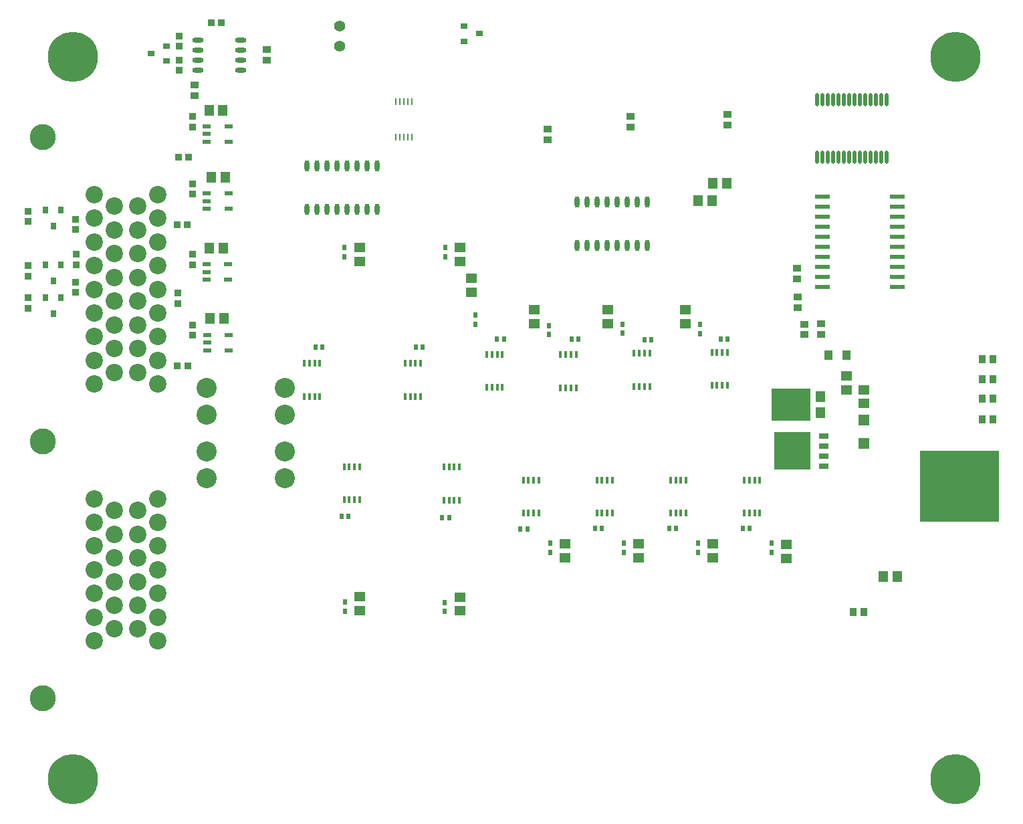
<source format=gbr>
%TF.GenerationSoftware,Altium Limited,Altium Designer,19.1.8 (144)*%
G04 Layer_Color=255*
%FSLAX26Y26*%
%MOIN*%
%TF.FileFunction,Pads,Bot*%
%TF.Part,Single*%
G01*
G75*
%TA.AperFunction,SMDPad,CuDef*%
%ADD10R,0.039370X0.035433*%
%ADD11R,0.037402X0.033465*%
%ADD15R,0.045276X0.053150*%
%ADD20R,0.043307X0.051181*%
%ADD21R,0.035433X0.039370*%
%ADD26R,0.033465X0.037402*%
%ADD28R,0.074803X0.023622*%
%ADD29R,0.053150X0.045276*%
%ADD30O,0.023622X0.057087*%
%ADD33O,0.057087X0.023622*%
%TA.AperFunction,ComponentPad*%
%ADD43C,0.086614*%
%ADD44C,0.129921*%
%ADD45C,0.100000*%
%TA.AperFunction,ViaPad*%
%ADD46C,0.250000*%
%TA.AperFunction,ComponentPad*%
%ADD47C,0.055118*%
%ADD48C,0.011811*%
%TA.AperFunction,SMDPad,CuDef*%
%ADD49R,0.393701X0.354331*%
%ADD53R,0.035433X0.031496*%
%ADD54O,0.019685X0.064961*%
%ADD55R,0.181102X0.185039*%
%ADD56R,0.045276X0.027559*%
%ADD57R,0.051181X0.057087*%
%ADD58R,0.192913X0.163386*%
%ADD59R,0.057087X0.053150*%
%ADD60R,0.031496X0.035433*%
%ADD61R,0.016535X0.035000*%
%ADD62R,0.023622X0.025197*%
%ADD63R,0.039370X0.023622*%
%ADD64O,0.009842X0.033465*%
%ADD65R,0.023622X0.029528*%
D10*
X3562400Y3560125D02*
D03*
Y3613275D02*
D03*
X3911000Y2703275D02*
D03*
Y2650125D02*
D03*
X4030600Y2516725D02*
D03*
Y2569875D02*
D03*
X3945000Y2515625D02*
D03*
Y2568775D02*
D03*
X3909700Y2845775D02*
D03*
Y2792625D02*
D03*
X3079400Y3602775D02*
D03*
Y3549625D02*
D03*
X905500Y3759242D02*
D03*
Y3706093D02*
D03*
X2664189Y3485825D02*
D03*
Y3538975D02*
D03*
X1264000Y3936575D02*
D03*
Y3883425D02*
D03*
D11*
X75832Y2648409D02*
D03*
Y2699590D02*
D03*
X314000Y2864409D02*
D03*
Y2915590D02*
D03*
X313000Y2726409D02*
D03*
Y2777590D02*
D03*
X830500Y3885091D02*
D03*
Y3833910D02*
D03*
X894951Y2915590D02*
D03*
Y2864409D02*
D03*
X822000Y2722590D02*
D03*
Y2671409D02*
D03*
X830000Y3952410D02*
D03*
Y4003591D02*
D03*
X312000Y3039410D02*
D03*
Y3090591D02*
D03*
X76000Y2808410D02*
D03*
Y2859591D02*
D03*
X77200Y3080910D02*
D03*
Y3132091D02*
D03*
X895683Y3268787D02*
D03*
Y3217606D02*
D03*
X896817Y2563787D02*
D03*
Y2512606D02*
D03*
Y3603189D02*
D03*
Y3552008D02*
D03*
D15*
X3485449Y3183000D02*
D03*
X3416551D02*
D03*
X3488551Y3271000D02*
D03*
X3557449D02*
D03*
X4339551Y1311000D02*
D03*
X4408449D02*
D03*
X980551Y2948648D02*
D03*
X1049449D02*
D03*
X982417Y2596845D02*
D03*
X1051315D02*
D03*
X989951Y3300200D02*
D03*
X1058849D02*
D03*
X978351Y3634400D02*
D03*
X1047249D02*
D03*
D20*
X4156460Y2414694D02*
D03*
X4065909D02*
D03*
D21*
X4886875Y2395200D02*
D03*
X4833725D02*
D03*
X4886875Y2294500D02*
D03*
X4833725D02*
D03*
X4886875Y2195800D02*
D03*
X4833725D02*
D03*
X4886875Y2094400D02*
D03*
X4833725D02*
D03*
X4242575Y1134356D02*
D03*
X4189425D02*
D03*
D26*
X988409Y4068829D02*
D03*
X1039591D02*
D03*
X819276Y3064000D02*
D03*
X870457D02*
D03*
X820409Y2359000D02*
D03*
X871591D02*
D03*
X824110Y3400100D02*
D03*
X875291D02*
D03*
D28*
X4034592Y2754300D02*
D03*
Y2804300D02*
D03*
Y2854300D02*
D03*
Y2904300D02*
D03*
Y2954300D02*
D03*
Y3004300D02*
D03*
Y3054300D02*
D03*
Y3104300D02*
D03*
Y3154300D02*
D03*
Y3204300D02*
D03*
X4408608Y2754300D02*
D03*
Y2804300D02*
D03*
Y2854300D02*
D03*
Y2904300D02*
D03*
Y2954300D02*
D03*
Y3004300D02*
D03*
Y3054300D02*
D03*
Y3104300D02*
D03*
Y3154300D02*
D03*
Y3204300D02*
D03*
D29*
X2598291Y2639449D02*
D03*
Y2570551D02*
D03*
X2287000Y2797449D02*
D03*
Y2728551D02*
D03*
X4242966Y2172281D02*
D03*
Y2241179D02*
D03*
X4156184Y2241281D02*
D03*
Y2310179D02*
D03*
X2753200Y1473449D02*
D03*
Y1404551D02*
D03*
X2965713Y2570445D02*
D03*
Y2639343D02*
D03*
X3855500Y1469049D02*
D03*
Y1400151D02*
D03*
X2230502Y2949449D02*
D03*
Y2880551D02*
D03*
X1729065Y2949449D02*
D03*
Y2880551D02*
D03*
X2227935Y1139551D02*
D03*
Y1208449D02*
D03*
X1730458Y1140851D02*
D03*
Y1209748D02*
D03*
X3352677Y2571657D02*
D03*
Y2640555D02*
D03*
X3488042Y1473449D02*
D03*
Y1404551D02*
D03*
X3120621Y1473449D02*
D03*
Y1404551D02*
D03*
D30*
X3161000Y2961716D02*
D03*
X3111000D02*
D03*
X3061000D02*
D03*
X3011000D02*
D03*
X2961000D02*
D03*
X2911000D02*
D03*
X2861000D02*
D03*
X2811000D02*
D03*
X3161000Y3176283D02*
D03*
X3111000D02*
D03*
X3061000D02*
D03*
X3011000D02*
D03*
X2961000D02*
D03*
X2911000D02*
D03*
X2861000D02*
D03*
X2811000D02*
D03*
X1815000Y3142069D02*
D03*
X1765000D02*
D03*
X1715000D02*
D03*
X1665000D02*
D03*
X1615000D02*
D03*
X1565000D02*
D03*
X1515000D02*
D03*
X1465000D02*
D03*
X1815000Y3356636D02*
D03*
X1765000D02*
D03*
X1715000D02*
D03*
X1665000D02*
D03*
X1615000D02*
D03*
X1565000D02*
D03*
X1515000D02*
D03*
X1465000D02*
D03*
D33*
X1136284Y3985000D02*
D03*
Y3935000D02*
D03*
Y3885000D02*
D03*
Y3835000D02*
D03*
X921717Y3985000D02*
D03*
Y3935000D02*
D03*
Y3885000D02*
D03*
Y3835000D02*
D03*
D43*
X720866Y2269685D02*
D03*
Y2387795D02*
D03*
Y2505905D02*
D03*
Y2624016D02*
D03*
Y2742126D02*
D03*
Y2860236D02*
D03*
Y2978347D02*
D03*
Y3096457D02*
D03*
Y3214567D02*
D03*
X622441Y2328740D02*
D03*
Y2446850D02*
D03*
Y2564961D02*
D03*
Y2683071D02*
D03*
Y2801181D02*
D03*
Y2919291D02*
D03*
Y3037402D02*
D03*
Y3155512D02*
D03*
X504331Y2328740D02*
D03*
Y2446850D02*
D03*
Y2564961D02*
D03*
Y2683071D02*
D03*
Y2801181D02*
D03*
Y2919291D02*
D03*
Y3037402D02*
D03*
Y3155512D02*
D03*
X405906Y2269685D02*
D03*
Y2387795D02*
D03*
Y2505905D02*
D03*
Y2624016D02*
D03*
Y2742126D02*
D03*
Y2860236D02*
D03*
Y2978347D02*
D03*
Y3096457D02*
D03*
Y3214567D02*
D03*
Y1698819D02*
D03*
Y1580709D02*
D03*
Y1462599D02*
D03*
Y1344488D02*
D03*
Y1226378D02*
D03*
Y1108268D02*
D03*
Y990158D02*
D03*
X504331Y1639764D02*
D03*
Y1521654D02*
D03*
Y1403543D02*
D03*
Y1285433D02*
D03*
Y1167323D02*
D03*
Y1049213D02*
D03*
X622441Y1639764D02*
D03*
Y1521654D02*
D03*
Y1403543D02*
D03*
Y1285433D02*
D03*
Y1167323D02*
D03*
Y1049213D02*
D03*
X720866Y1698819D02*
D03*
Y1580709D02*
D03*
Y1462599D02*
D03*
Y1344488D02*
D03*
Y1226378D02*
D03*
Y1108268D02*
D03*
Y990158D02*
D03*
D44*
X150000Y704724D02*
D03*
Y1984252D02*
D03*
Y3500000D02*
D03*
D45*
X964724Y1933022D02*
D03*
X1355276D02*
D03*
X964724Y1799163D02*
D03*
X1355276D02*
D03*
X964449Y2250000D02*
D03*
X1355000D02*
D03*
X964449Y2116142D02*
D03*
X1355000D02*
D03*
D46*
X4700000Y3900000D02*
D03*
Y300000D02*
D03*
X300000D02*
D03*
Y3900000D02*
D03*
D47*
X1628000Y3953449D02*
D03*
Y4053449D02*
D03*
D48*
X4742312Y1761900D02*
D03*
Y1809144D02*
D03*
Y1856388D02*
D03*
Y1903632D02*
D03*
Y1714656D02*
D03*
Y1667412D02*
D03*
Y1620168D02*
D03*
X4789556D02*
D03*
Y1667412D02*
D03*
Y1714656D02*
D03*
Y1903632D02*
D03*
Y1856388D02*
D03*
Y1809144D02*
D03*
Y1761900D02*
D03*
X4836800Y1620168D02*
D03*
Y1667412D02*
D03*
Y1714656D02*
D03*
Y1903632D02*
D03*
Y1856388D02*
D03*
Y1809144D02*
D03*
Y1761900D02*
D03*
X4884044Y1620168D02*
D03*
Y1667412D02*
D03*
Y1714656D02*
D03*
Y1903632D02*
D03*
Y1856388D02*
D03*
Y1809144D02*
D03*
Y1761900D02*
D03*
X4695068Y1620168D02*
D03*
Y1667412D02*
D03*
Y1714656D02*
D03*
Y1903632D02*
D03*
Y1856388D02*
D03*
Y1809144D02*
D03*
Y1761900D02*
D03*
X4647824Y1620168D02*
D03*
Y1667412D02*
D03*
Y1714656D02*
D03*
Y1903632D02*
D03*
Y1856388D02*
D03*
Y1809144D02*
D03*
Y1761900D02*
D03*
X4600580Y1620168D02*
D03*
Y1667412D02*
D03*
Y1714656D02*
D03*
Y1903632D02*
D03*
Y1856388D02*
D03*
Y1809144D02*
D03*
Y1761900D02*
D03*
X4553336Y1620168D02*
D03*
Y1667412D02*
D03*
Y1714656D02*
D03*
Y1903632D02*
D03*
Y1856388D02*
D03*
Y1809144D02*
D03*
Y1761900D02*
D03*
D49*
X4718690D02*
D03*
D53*
X687630Y3917000D02*
D03*
X766370Y3879599D02*
D03*
Y3954402D02*
D03*
X2326370Y4016000D02*
D03*
X2247630Y4053401D02*
D03*
Y3978598D02*
D03*
D54*
X4010433Y3686717D02*
D03*
X4037047D02*
D03*
X4063661D02*
D03*
X4090276D02*
D03*
X4116890D02*
D03*
X4143504D02*
D03*
X4170118D02*
D03*
X4196732D02*
D03*
X4223346D02*
D03*
X4249961D02*
D03*
X4276575D02*
D03*
X4303189D02*
D03*
X4329803D02*
D03*
X4356417D02*
D03*
X4010433Y3401284D02*
D03*
X4037047D02*
D03*
X4063661D02*
D03*
X4090276D02*
D03*
X4116890D02*
D03*
X4143504D02*
D03*
X4170118D02*
D03*
X4196732D02*
D03*
X4223346D02*
D03*
X4249961D02*
D03*
X4276575D02*
D03*
X4303189D02*
D03*
X4329803D02*
D03*
X4356417D02*
D03*
D55*
X3886104Y1935730D02*
D03*
D56*
X4043584Y1860730D02*
D03*
Y1910730D02*
D03*
Y1960730D02*
D03*
Y2010730D02*
D03*
D57*
X4024000Y2207000D02*
D03*
Y2127000D02*
D03*
D58*
X3878055Y2167000D02*
D03*
D59*
X4243184Y1975264D02*
D03*
Y2091405D02*
D03*
D60*
X201168Y2785000D02*
D03*
X238569Y2863740D02*
D03*
X163766D02*
D03*
X201000Y2621447D02*
D03*
X238401Y2700187D02*
D03*
X163598D02*
D03*
X163766Y3135780D02*
D03*
X238569D02*
D03*
X201168Y3057039D02*
D03*
D61*
X2620877Y1626106D02*
D03*
X2595286D02*
D03*
X2569696D02*
D03*
X2544105D02*
D03*
X2620877Y1791894D02*
D03*
X2595286D02*
D03*
X2569696D02*
D03*
X2544105D02*
D03*
X2988298Y1626106D02*
D03*
X2962707D02*
D03*
X2937117D02*
D03*
X2911526D02*
D03*
X2988298Y1791894D02*
D03*
X2962707D02*
D03*
X2937117D02*
D03*
X2911526D02*
D03*
X3355719Y1626106D02*
D03*
X3330129D02*
D03*
X3304538D02*
D03*
X3278948D02*
D03*
X3355719Y1791894D02*
D03*
X3330129D02*
D03*
X3304538D02*
D03*
X3278948D02*
D03*
X3723141Y1626106D02*
D03*
X3697550D02*
D03*
X3671960D02*
D03*
X3646369D02*
D03*
X3723141Y1791894D02*
D03*
X3697550D02*
D03*
X3671960D02*
D03*
X3646369D02*
D03*
X1530591Y2207106D02*
D03*
X1505000D02*
D03*
X1479409D02*
D03*
X1453819D02*
D03*
X1530591Y2372894D02*
D03*
X1505000D02*
D03*
X1479409D02*
D03*
X1453819D02*
D03*
X3484928Y2428587D02*
D03*
X3510519D02*
D03*
X3536109D02*
D03*
X3561700D02*
D03*
X3484928Y2262800D02*
D03*
X3510519D02*
D03*
X3536109D02*
D03*
X3561700D02*
D03*
X3097264Y2422694D02*
D03*
X3122854D02*
D03*
X3148445D02*
D03*
X3174035D02*
D03*
X3097264Y2256906D02*
D03*
X3122854D02*
D03*
X3148445D02*
D03*
X3174035D02*
D03*
X2730614Y2417894D02*
D03*
X2756205D02*
D03*
X2781795D02*
D03*
X2807386D02*
D03*
X2730614Y2252106D02*
D03*
X2756205D02*
D03*
X2781795D02*
D03*
X2807386D02*
D03*
X2363193Y2418364D02*
D03*
X2388784D02*
D03*
X2414374D02*
D03*
X2439965D02*
D03*
X2363193Y2252577D02*
D03*
X2388784D02*
D03*
X2414374D02*
D03*
X2439965D02*
D03*
X2032028Y2207106D02*
D03*
X2006437D02*
D03*
X1980847D02*
D03*
X1955256D02*
D03*
X2032028Y2372894D02*
D03*
X2006437D02*
D03*
X1980847D02*
D03*
X1955256D02*
D03*
X1727909Y1692406D02*
D03*
X1702319D02*
D03*
X1676728D02*
D03*
X1651138D02*
D03*
X1727909Y1858193D02*
D03*
X1702319D02*
D03*
X1676728D02*
D03*
X1651138D02*
D03*
X2225386Y1691106D02*
D03*
X2199795D02*
D03*
X2174205D02*
D03*
X2148614D02*
D03*
X2225386Y1856894D02*
D03*
X2199795D02*
D03*
X2174205D02*
D03*
X2148614D02*
D03*
D62*
X1673723Y1611300D02*
D03*
X1639077D02*
D03*
X2174323Y1604000D02*
D03*
X2139677D02*
D03*
X2529677Y1546000D02*
D03*
X2564323D02*
D03*
X2900677Y1550000D02*
D03*
X2935323D02*
D03*
X3271922Y1552137D02*
D03*
X3306567D02*
D03*
X3637314Y1551989D02*
D03*
X3671960D02*
D03*
X1507677Y2455000D02*
D03*
X1542323D02*
D03*
X2447323Y2493118D02*
D03*
X2412677D02*
D03*
X3563323Y2493754D02*
D03*
X3528677D02*
D03*
X3183223Y2491900D02*
D03*
X3148577D02*
D03*
X2819323Y2492648D02*
D03*
X2784677D02*
D03*
X2009114Y2455000D02*
D03*
X2043760D02*
D03*
D63*
X965000Y2791000D02*
D03*
Y2828402D02*
D03*
Y2865803D02*
D03*
X1073268D02*
D03*
Y2791000D02*
D03*
X968066Y2438198D02*
D03*
Y2475600D02*
D03*
Y2513001D02*
D03*
X1076334D02*
D03*
Y2438198D02*
D03*
X965732Y3144197D02*
D03*
Y3181599D02*
D03*
Y3219000D02*
D03*
X1074000D02*
D03*
Y3144197D02*
D03*
X966866Y3478598D02*
D03*
Y3516000D02*
D03*
Y3553401D02*
D03*
X1075134D02*
D03*
Y3478598D02*
D03*
D64*
X1987370Y3501401D02*
D03*
X1967685D02*
D03*
X1948000D02*
D03*
X1928315D02*
D03*
X1908630D02*
D03*
X1987370Y3676598D02*
D03*
X1967685D02*
D03*
X1948000D02*
D03*
X1928315D02*
D03*
X1908630D02*
D03*
D65*
X2679814Y1431362D02*
D03*
Y1476638D02*
D03*
X2671000Y2516385D02*
D03*
Y2561661D02*
D03*
X3037500Y2522362D02*
D03*
Y2567638D02*
D03*
X3782078Y1431362D02*
D03*
Y1476638D02*
D03*
X2155148Y2905000D02*
D03*
Y2950276D02*
D03*
X1653711Y2905000D02*
D03*
Y2950276D02*
D03*
X2152000Y1181638D02*
D03*
Y1136362D02*
D03*
X1654523Y1182937D02*
D03*
Y1137661D02*
D03*
X3424695Y2521067D02*
D03*
Y2566343D02*
D03*
X2304256Y2567832D02*
D03*
Y2613108D02*
D03*
X3414657Y1431362D02*
D03*
Y1476638D02*
D03*
X3047235Y1431362D02*
D03*
Y1476638D02*
D03*
%TF.MD5,2c5b8749fb0e0ab2eaa78bdf3bd9c713*%
M02*

</source>
